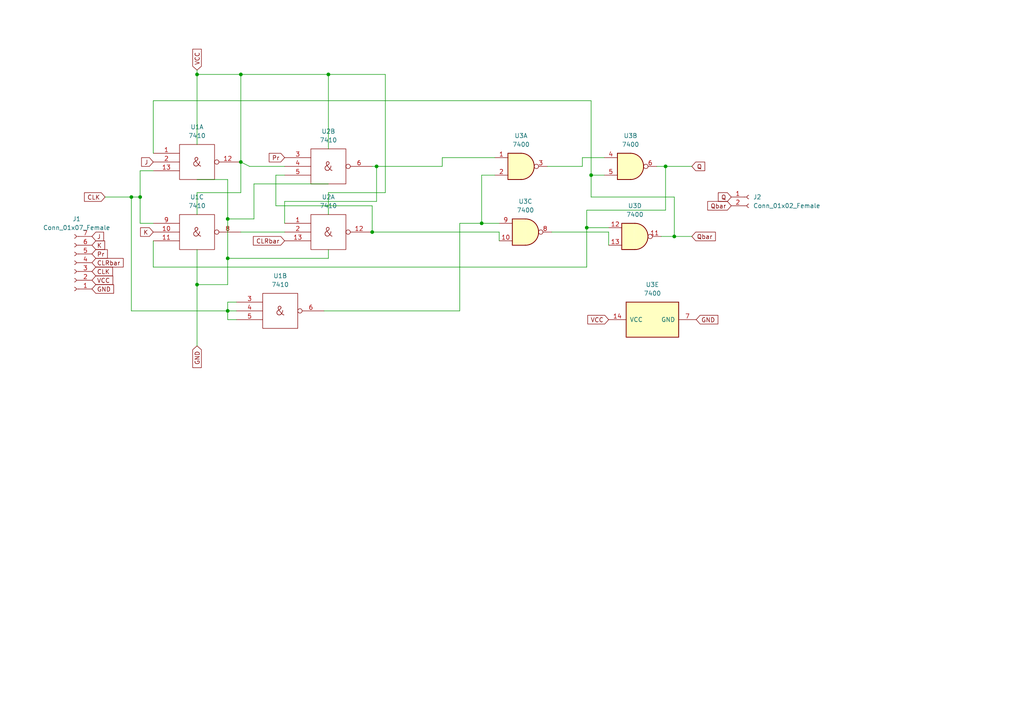
<source format=kicad_sch>
(kicad_sch (version 20211123) (generator eeschema)
  (paper "A4")
  (lib_symbols
    (symbol "74xx:7400" (pin_names (offset 1.016))
      (property "Reference" "U" (at 0 1.27 0))
      (property "Value" "7400" (at 0 -1.27 0))
      (symbol "7400_1_1"
        (arc (start 0 -3.81) (mid 3.81 0) (end 0 3.81) (stroke (width 0.254)) (fill (type background)))
        (polyline (pts (xy 0 3.81) (xy -3.81 3.81) (xy -3.81 -3.81) (xy 0 -3.81)) (stroke (width 0.254)) (fill (type background)))
        (pin input line (at -7.62 2.54 0) (length 3.81) (name "~") (number "1"))
        (pin input line (at -7.62 -2.54 0) (length 3.81) (name "~") (number "2"))
        (pin output inverted (at 7.62 0 180) (length 3.81) (name "~") (number "3"))
      )
      (symbol "7400_1_2"
        (arc (start -3.81 -3.81) (mid -2.589 0) (end -3.81 3.81) (stroke (width 0.254)))
        (arc (start -0.6096 -3.81) (mid 2.1842 -2.5851) (end 3.81 0) (stroke (width 0.254)) (fill (type background)))
        (polyline (pts (xy -3.81 -3.81) (xy -0.635 -3.81)) (stroke (width 0.254)) (fill (type background)))
        (polyline (pts (xy -3.81 3.81) (xy -0.635 3.81)) (stroke (width 0.254)) (fill (type background)))
        (polyline (pts (xy -0.635 3.81) (xy -3.81 3.81) (xy -3.81 3.81) (xy -3.556 3.4036) (xy -3.0226 2.2606) (xy -2.6924 1.0414) (xy -2.6162 -0.254) (xy -2.7686 -1.4986) (xy -3.175 -2.7178) (xy -3.81 -3.81) (xy -3.81 -3.81) (xy -0.635 -3.81)) (stroke (width -25.4)) (fill (type background)))
        (arc (start 3.81 0) (mid 2.1915 2.5936) (end -0.6096 3.81) (stroke (width 0.254)) (fill (type background)))
        (pin input inverted (at -7.62 2.54 0) (length 4.318) (name "~") (number "1"))
        (pin input inverted (at -7.62 -2.54 0) (length 4.318) (name "~") (number "2"))
        (pin output line (at 7.62 0 180) (length 3.81) (name "~") (number "3"))
      )
      (symbol "7400_2_1"
        (arc (start 0 -3.81) (mid 3.81 0) (end 0 3.81) (stroke (width 0.254)) (fill (type background)))
        (polyline (pts (xy 0 3.81) (xy -3.81 3.81) (xy -3.81 -3.81) (xy 0 -3.81)) (stroke (width 0.254)) (fill (type background)))
        (pin input line (at -7.62 2.54 0) (length 3.81) (name "~") (number "4"))
        (pin input line (at -7.62 -2.54 0) (length 3.81) (name "~") (number "5"))
        (pin output inverted (at 7.62 0 180) (length 3.81) (name "~") (number "6"))
      )
      (symbol "7400_2_2"
        (arc (start -3.81 -3.81) (mid -2.589 0) (end -3.81 3.81) (stroke (width 0.254)))
        (arc (start -0.6096 -3.81) (mid 2.1842 -2.5851) (end 3.81 0) (stroke (width 0.254)) (fill (type background)))
        (polyline (pts (xy -3.81 -3.81) (xy -0.635 -3.81)) (stroke (width 0.254)) (fill (type background)))
        (polyline (pts (xy -3.81 3.81) (xy -0.635 3.81)) (stroke (width 0.254)) (fill (type background)))
        (polyline (pts (xy -0.635 3.81) (xy -3.81 3.81) (xy -3.81 3.81) (xy -3.556 3.4036) (xy -3.0226 2.2606) (xy -2.6924 1.0414) (xy -2.6162 -0.254) (xy -2.7686 -1.4986) (xy -3.175 -2.7178) (xy -3.81 -3.81) (xy -3.81 -3.81) (xy -0.635 -3.81)) (stroke (width -25.4)) (fill (type background)))
        (arc (start 3.81 0) (mid 2.1915 2.5936) (end -0.6096 3.81) (stroke (width 0.254)) (fill (type background)))
        (pin input inverted (at -7.62 2.54 0) (length 4.318) (name "~") (number "4"))
        (pin input inverted (at -7.62 -2.54 0) (length 4.318) (name "~") (number "5"))
        (pin output line (at 7.62 0 180) (length 3.81) (name "~") (number "6"))
      )
      (symbol "7400_3_1"
        (arc (start 0 -3.81) (mid 3.81 0) (end 0 3.81) (stroke (width 0.254)) (fill (type background)))
        (polyline (pts (xy 0 3.81) (xy -3.81 3.81) (xy -3.81 -3.81) (xy 0 -3.81)) (stroke (width 0.254)) (fill (type background)))
        (pin input line (at -7.62 -2.54 0) (length 3.81) (name "~") (number "10"))
        (pin output inverted (at 7.62 0 180) (length 3.81) (name "~") (number "8"))
        (pin input line (at -7.62 2.54 0) (length 3.81) (name "~") (number "9"))
      )
      (symbol "7400_3_2"
        (arc (start -3.81 -3.81) (mid -2.589 0) (end -3.81 3.81) (stroke (width 0.254)))
        (arc (start -0.6096 -3.81) (mid 2.1842 -2.5851) (end 3.81 0) (stroke (width 0.254)) (fill (type background)))
        (polyline (pts (xy -3.81 -3.81) (xy -0.635 -3.81)) (stroke (width 0.254)) (fill (type background)))
        (polyline (pts (xy -3.81 3.81) (xy -0.635 3.81)) (stroke (width 0.254)) (fill (type background)))
        (polyline (pts (xy -0.635 3.81) (xy -3.81 3.81) (xy -3.81 3.81) (xy -3.556 3.4036) (xy -3.0226 2.2606) (xy -2.6924 1.0414) (xy -2.6162 -0.254) (xy -2.7686 -1.4986) (xy -3.175 -2.7178) (xy -3.81 -3.81) (xy -3.81 -3.81) (xy -0.635 -3.81)) (stroke (width -25.4)) (fill (type background)))
        (arc (start 3.81 0) (mid 2.1915 2.5936) (end -0.6096 3.81) (stroke (width 0.254)) (fill (type background)))
        (pin input inverted (at -7.62 -2.54 0) (length 4.318) (name "~") (number "10"))
        (pin output line (at 7.62 0 180) (length 3.81) (name "~") (number "8"))
        (pin input inverted (at -7.62 2.54 0) (length 4.318) (name "~") (number "9"))
      )
      (symbol "7400_4_1"
        (arc (start 0 -3.81) (mid 3.81 0) (end 0 3.81) (stroke (width 0.254)) (fill (type background)))
        (polyline (pts (xy 0 3.81) (xy -3.81 3.81) (xy -3.81 -3.81) (xy 0 -3.81)) (stroke (width 0.254)) (fill (type background)))
        (pin output inverted (at 7.62 0 180) (length 3.81) (name "~") (number "11"))
        (pin input line (at -7.62 2.54 0) (length 3.81) (name "~") (number "12"))
        (pin input line (at -7.62 -2.54 0) (length 3.81) (name "~") (number "13"))
      )
      (symbol "7400_4_2"
        (arc (start -3.81 -3.81) (mid -2.589 0) (end -3.81 3.81) (stroke (width 0.254)))
        (arc (start -0.6096 -3.81) (mid 2.1842 -2.5851) (end 3.81 0) (stroke (width 0.254)) (fill (type background)))
        (polyline (pts (xy -3.81 -3.81) (xy -0.635 -3.81)) (stroke (width 0.254)) (fill (type background)))
        (polyline (pts (xy -3.81 3.81) (xy -0.635 3.81)) (stroke (width 0.254)) (fill (type background)))
        (polyline (pts (xy -0.635 3.81) (xy -3.81 3.81) (xy -3.81 3.81) (xy -3.556 3.4036) (xy -3.0226 2.2606) (xy -2.6924 1.0414) (xy -2.6162 -0.254) (xy -2.7686 -1.4986) (xy -3.175 -2.7178) (xy -3.81 -3.81) (xy -3.81 -3.81) (xy -0.635 -3.81)) (stroke (width -25.4)) (fill (type background)))
        (arc (start 3.81 0) (mid 2.1915 2.5936) (end -0.6096 3.81) (stroke (width 0.254)) (fill (type background)))
        (pin output line (at 7.62 0 180) (length 3.81) (name "~") (number "11"))
        (pin input inverted (at -7.62 2.54 0) (length 4.318) (name "~") (number "12"))
        (pin input inverted (at -7.62 -2.54 0) (length 4.318) (name "~") (number "13"))
      )
      (symbol "7400_5_0"
        (pin power_in line (at 0 12.7 270) (length 5.08) (name "VCC") (number "14"))
        (pin power_in line (at 0 -12.7 90) (length 5.08) (name "GND") (number "7"))
      )
      (symbol "7400_5_1"
        (rectangle (start -5.08 7.62) (end 5.08 -7.62) (stroke (width 0.254)) (fill (type background)))
      )
    )
    (symbol "74xx_IEEE:7410" (pin_names (offset 0.762))
      (property "Reference" "U" (at 2.54 7.62 0))
      (property "Value" "7410" (at 3.81 -7.62 0))
      (symbol "7410_0_0"
        (text "&" (at 0 0 0) (effects (font (size 2.54 2.54))))
      )
      (symbol "7410_0_1"
        (rectangle (start -5.08 5.08) (end 5.08 -5.08))
        (pin power_in line (at 0 5.08 270) (length 0) hide (name "Vcc") (number "14"))
        (pin power_in line (at 0 -5.08 90) (length 0) hide (name "Gnd") (number "7"))
      )
      (symbol "7410_1_1"
        (pin input line (at -12.7 2.54 0) (length 7.62) (name "~") (number "1"))
        (pin output inverted (at 12.7 0 180) (length 7.62) (name "~") (number "12"))
        (pin input line (at -12.7 -2.54 0) (length 7.62) (name "~") (number "13"))
        (pin input line (at -12.7 0 0) (length 7.62) (name "~") (number "2"))
      )
      (symbol "7410_2_1"
        (pin input line (at -12.7 2.54 0) (length 7.62) (name "~") (number "3"))
        (pin input line (at -12.7 0 0) (length 7.62) (name "~") (number "4"))
        (pin input line (at -12.7 -2.54 0) (length 7.62) (name "~") (number "5"))
        (pin output inverted (at 12.7 0 180) (length 7.62) (name "~") (number "6"))
      )
      (symbol "7410_3_1"
        (pin input line (at -12.7 0 0) (length 7.62) (name "~") (number "10"))
        (pin input line (at -12.7 -2.54 0) (length 7.62) (name "~") (number "11"))
        (pin output inverted (at 12.7 0 180) (length 7.62) (name "~") (number "8"))
        (pin input line (at -12.7 2.54 0) (length 7.62) (name "~") (number "9"))
      )
    )
    (symbol "Connector:Conn_01x02_Female" (pin_names (offset 1.016) hide)
      (property "Reference" "J" (at 0 2.54 0))
      (property "Value" "Conn_01x02_Female" (at 0 -5.08 0))
      (symbol "Conn_01x02_Female_1_1"
        (arc (start 0 -2.032) (mid -0.508 -2.54) (end 0 -3.048) (stroke (width 0.1524)))
        (polyline (pts (xy -1.27 -2.54) (xy -0.508 -2.54)) (stroke (width 0.1524)))
        (polyline (pts (xy -1.27 0) (xy -0.508 0)) (stroke (width 0.1524)))
        (arc (start 0 0.508) (mid -0.508 0) (end 0 -0.508) (stroke (width 0.1524)))
        (pin passive line (at -5.08 0 0) (length 3.81) (name "Pin_1") (number "1"))
        (pin passive line (at -5.08 -2.54 0) (length 3.81) (name "Pin_2") (number "2"))
      )
    )
    (symbol "Connector:Conn_01x07_Female" (pin_names (offset 1.016) hide)
      (property "Reference" "J" (at 0 10.16 0))
      (property "Value" "Conn_01x07_Female" (at 0 -10.16 0))
      (symbol "Conn_01x07_Female_1_1"
        (arc (start 0 -7.112) (mid -0.508 -7.62) (end 0 -8.128) (stroke (width 0.1524)))
        (arc (start 0 -4.572) (mid -0.508 -5.08) (end 0 -5.588) (stroke (width 0.1524)))
        (arc (start 0 -2.032) (mid -0.508 -2.54) (end 0 -3.048) (stroke (width 0.1524)))
        (polyline (pts (xy -1.27 -7.62) (xy -0.508 -7.62)) (stroke (width 0.1524)))
        (polyline (pts (xy -1.27 -5.08) (xy -0.508 -5.08)) (stroke (width 0.1524)))
        (polyline (pts (xy -1.27 -2.54) (xy -0.508 -2.54)) (stroke (width 0.1524)))
        (polyline (pts (xy -1.27 0) (xy -0.508 0)) (stroke (width 0.1524)))
        (polyline (pts (xy -1.27 2.54) (xy -0.508 2.54)) (stroke (width 0.1524)))
        (polyline (pts (xy -1.27 5.08) (xy -0.508 5.08)) (stroke (width 0.1524)))
        (polyline (pts (xy -1.27 7.62) (xy -0.508 7.62)) (stroke (width 0.1524)))
        (arc (start 0 0.508) (mid -0.508 0) (end 0 -0.508) (stroke (width 0.1524)))
        (arc (start 0 3.048) (mid -0.508 2.54) (end 0 2.032) (stroke (width 0.1524)))
        (arc (start 0 5.588) (mid -0.508 5.08) (end 0 4.572) (stroke (width 0.1524)))
        (arc (start 0 8.128) (mid -0.508 7.62) (end 0 7.112) (stroke (width 0.1524)))
        (pin passive line (at -5.08 7.62 0) (length 3.81) (name "Pin_1") (number "1"))
        (pin passive line (at -5.08 5.08 0) (length 3.81) (name "Pin_2") (number "2"))
        (pin passive line (at -5.08 2.54 0) (length 3.81) (name "Pin_3") (number "3"))
        (pin passive line (at -5.08 0 0) (length 3.81) (name "Pin_4") (number "4"))
        (pin passive line (at -5.08 -2.54 0) (length 3.81) (name "Pin_5") (number "5"))
        (pin passive line (at -5.08 -5.08 0) (length 3.81) (name "Pin_6") (number "6"))
        (pin passive line (at -5.08 -7.62 0) (length 3.81) (name "Pin_7") (number "7"))
      )
    )
  )
  (junction (at 66.04 90.17))
  (junction (at 38.1 57.15))
  (junction (at 69.85 46.99))
  (junction (at 170.18 66.04))
  (junction (at 57.15 21.59))
  (junction (at 40.64 57.15))
  (junction (at 195.58 68.58))
  (junction (at 109.22 48.26))
  (junction (at 57.15 82.55))
  (junction (at 66.04 63.5))
  (junction (at 66.04 74.93))
  (junction (at 139.7 64.77))
  (junction (at 107.95 67.31))
  (junction (at 171.45 50.8))
  (junction (at 69.85 21.59))
  (junction (at 95.25 21.59))
  (junction (at 193.04 48.26))
  (wire (pts (xy 69.85 55.88) (xy 69.85 46.99)))
  (wire (pts (xy 57.15 82.55) (xy 66.04 82.55)))
  (wire (pts (xy 80.01 59.69) (xy 80.01 50.8)))
  (wire (pts (xy 44.45 49.53) (xy 40.64 49.53)))
  (wire (pts (xy 57.15 21.59) (xy 57.15 41.91)))
  (wire (pts (xy 95.25 62.23) (xy 95.25 55.88)))
  (wire (pts (xy 57.15 72.39) (xy 57.15 82.55)))
  (wire (pts (xy 95.25 72.39) (xy 95.25 74.93)))
  (wire (pts (xy 158.75 48.26) (xy 168.91 48.26)))
  (wire (pts (xy 40.64 49.53) (xy 40.64 57.15)))
  (wire (pts (xy 111.76 21.59) (xy 95.25 21.59)))
  (wire (pts (xy 93.98 90.17) (xy 133.35 90.17)))
  (wire (pts (xy 40.64 57.15) (xy 40.64 64.77)))
  (wire (pts (xy 82.55 58.42) (xy 109.22 58.42)))
  (wire (pts (xy 44.45 77.47) (xy 44.45 69.85)))
  (wire (pts (xy 107.95 67.31) (xy 144.78 67.31)))
  (wire (pts (xy 95.25 43.18) (xy 95.25 21.59)))
  (wire (pts (xy 133.35 64.77) (xy 139.7 64.77)))
  (wire (pts (xy 170.18 66.04) (xy 170.18 77.47)))
  (wire (pts (xy 38.1 57.15) (xy 40.64 57.15)))
  (wire (pts (xy 66.04 87.63) (xy 68.58 87.63)))
  (wire (pts (xy 128.27 48.26) (xy 128.27 45.72)))
  (wire (pts (xy 95.25 21.59) (xy 69.85 21.59)))
  (wire (pts (xy 57.15 55.88) (xy 69.85 55.88)))
  (wire (pts (xy 195.58 68.58) (xy 200.66 68.58)))
  (wire (pts (xy 68.58 92.71) (xy 66.04 92.71)))
  (wire (pts (xy 139.7 64.77) (xy 144.78 64.77)))
  (wire (pts (xy 144.78 67.31) (xy 144.78 69.85)))
  (wire (pts (xy 171.45 50.8) (xy 171.45 57.15)))
  (wire (pts (xy 168.91 48.26) (xy 168.91 45.72)))
  (wire (pts (xy 133.35 90.17) (xy 133.35 64.77)))
  (wire (pts (xy 193.04 48.26) (xy 200.66 48.26)))
  (wire (pts (xy 57.15 20.32) (xy 57.15 21.59)))
  (wire (pts (xy 143.51 50.8) (xy 139.7 50.8)))
  (wire (pts (xy 139.7 50.8) (xy 139.7 64.77)))
  (wire (pts (xy 72.39 48.26) (xy 82.55 48.26)))
  (wire (pts (xy 191.77 68.58) (xy 195.58 68.58)))
  (wire (pts (xy 68.58 90.17) (xy 66.04 90.17)))
  (wire (pts (xy 171.45 29.21) (xy 171.45 50.8)))
  (wire (pts (xy 57.15 52.07) (xy 66.04 52.07)))
  (wire (pts (xy 128.27 45.72) (xy 143.51 45.72)))
  (wire (pts (xy 66.04 90.17) (xy 66.04 92.71)))
  (wire (pts (xy 44.45 44.45) (xy 44.45 29.21)))
  (wire (pts (xy 57.15 82.55) (xy 57.15 100.33)))
  (wire (pts (xy 111.76 55.88) (xy 111.76 21.59)))
  (wire (pts (xy 160.02 67.31) (xy 176.53 67.31)))
  (wire (pts (xy 66.04 90.17) (xy 38.1 90.17)))
  (wire (pts (xy 109.22 48.26) (xy 128.27 48.26)))
  (wire (pts (xy 109.22 58.42) (xy 109.22 48.26)))
  (wire (pts (xy 170.18 77.47) (xy 44.45 77.47)))
  (wire (pts (xy 107.95 67.31) (xy 107.95 59.69)))
  (wire (pts (xy 57.15 62.23) (xy 57.15 55.88)))
  (wire (pts (xy 195.58 57.15) (xy 195.58 68.58)))
  (wire (pts (xy 170.18 66.04) (xy 176.53 66.04)))
  (wire (pts (xy 66.04 52.07) (xy 66.04 63.5)))
  (wire (pts (xy 82.55 58.42) (xy 82.55 64.77)))
  (wire (pts (xy 95.25 53.34) (xy 73.66 53.34)))
  (wire (pts (xy 69.85 46.99) (xy 69.85 21.59)))
  (wire (pts (xy 80.01 50.8) (xy 82.55 50.8)))
  (wire (pts (xy 73.66 53.34) (xy 73.66 63.5)))
  (wire (pts (xy 95.25 55.88) (xy 111.76 55.88)))
  (wire (pts (xy 66.04 63.5) (xy 66.04 74.93)))
  (wire (pts (xy 66.04 74.93) (xy 66.04 82.55)))
  (wire (pts (xy 107.95 48.26) (xy 109.22 48.26)))
  (wire (pts (xy 72.39 48.26) (xy 69.85 46.99)))
  (wire (pts (xy 38.1 90.17) (xy 38.1 57.15)))
  (wire (pts (xy 171.45 50.8) (xy 175.26 50.8)))
  (wire (pts (xy 107.95 59.69) (xy 80.01 59.69)))
  (wire (pts (xy 30.48 57.15) (xy 38.1 57.15)))
  (wire (pts (xy 44.45 29.21) (xy 171.45 29.21)))
  (wire (pts (xy 193.04 60.96) (xy 170.18 60.96)))
  (wire (pts (xy 40.64 64.77) (xy 44.45 64.77)))
  (wire (pts (xy 190.5 48.26) (xy 193.04 48.26)))
  (wire (pts (xy 69.85 67.31) (xy 82.55 67.31)))
  (wire (pts (xy 73.66 63.5) (xy 66.04 63.5)))
  (wire (pts (xy 168.91 45.72) (xy 175.26 45.72)))
  (wire (pts (xy 66.04 87.63) (xy 66.04 90.17)))
  (wire (pts (xy 193.04 48.26) (xy 193.04 60.96)))
  (wire (pts (xy 171.45 57.15) (xy 195.58 57.15)))
  (wire (pts (xy 69.85 21.59) (xy 57.15 21.59)))
  (wire (pts (xy 170.18 60.96) (xy 170.18 66.04)))
  (wire (pts (xy 176.53 67.31) (xy 176.53 71.12)))
  (wire (pts (xy 95.25 74.93) (xy 66.04 74.93)))
  (global_label "K" (shape input) (at 44.45 67.31 180) (property "Intersheet References" "${INTERSHEET_REFS}" (effects hide)))
  (global_label "J" (shape input) (at 26.67 68.58 0) (property "Intersheet References" "${INTERSHEET_REFS}" (effects hide)))
  (global_label "GND" (shape input) (at 57.15 100.33 270) (property "Intersheet References" "${INTERSHEET_REFS}" (effects hide)))
  (global_label "VCC" (shape input) (at 26.67 81.28 0) (property "Intersheet References" "${INTERSHEET_REFS}" (effects hide)))
  (global_label "Pr" (shape input) (at 26.67 73.66 0) (property "Intersheet References" "${INTERSHEET_REFS}" (effects hide)))
  (global_label "CLRbar" (shape input) (at 26.67 76.2 0) (property "Intersheet References" "${INTERSHEET_REFS}" (effects hide)))
  (global_label "Qbar" (shape input) (at 200.66 68.58 0) (property "Intersheet References" "${INTERSHEET_REFS}" (effects hide)))
  (global_label "CLK" (shape input) (at 30.48 57.15 180) (property "Intersheet References" "${INTERSHEET_REFS}" (effects hide)))
  (global_label "Pr" (shape input) (at 82.55 45.72 180) (property "Intersheet References" "${INTERSHEET_REFS}" (effects hide)))
  (global_label "J" (shape input) (at 44.45 46.99 180) (property "Intersheet References" "${INTERSHEET_REFS}" (effects hide)))
  (global_label "Q" (shape input) (at 200.66 48.26 0) (property "Intersheet References" "${INTERSHEET_REFS}" (effects hide)))
  (global_label "VCC" (shape input) (at 57.15 20.32 90) (property "Intersheet References" "${INTERSHEET_REFS}" (effects hide)))
  (global_label "Qbar" (shape input) (at 212.09 59.69 180) (property "Intersheet References" "${INTERSHEET_REFS}" (effects hide)))
  (global_label "VCC" (shape input) (at 176.53 92.71 180) (property "Intersheet References" "${INTERSHEET_REFS}" (effects hide)))
  (global_label "K" (shape input) (at 26.67 71.12 0) (property "Intersheet References" "${INTERSHEET_REFS}" (effects hide)))
  (global_label "CLRbar" (shape input) (at 82.55 69.85 180) (property "Intersheet References" "${INTERSHEET_REFS}" (effects hide)))
  (global_label "CLK" (shape input) (at 26.67 78.74 0) (property "Intersheet References" "${INTERSHEET_REFS}" (effects hide)))
  (global_label "GND" (shape input) (at 201.93 92.71 0) (property "Intersheet References" "${INTERSHEET_REFS}" (effects hide)))
  (global_label "GND" (shape input) (at 26.67 83.82 0) (property "Intersheet References" "${INTERSHEET_REFS}" (effects hide)))
  (global_label "Q" (shape input) (at 212.09 57.15 180) (property "Intersheet References" "${INTERSHEET_REFS}" (effects hide)))
  (symbol (lib_id "74xx:7400") (at 151.13 48.26 0) (unit 1)
    (property "Reference" "U3" (at 151.13 39.37 0))
    (property "Value" "7400" (at 151.13 41.91 0))
    (property "Footprint" "Package_DIP:DIP-14_W7.62mm_Socket" (effects hide))
    (property "Datasheet" "http://www.ti.com/lit/gpn/sn7400" (effects hide))
  )
  (symbol (lib_id "74xx:7400") (at 182.88 48.26 0) (unit 2)
    (property "Reference" "U3" (at 182.88 39.37 0))
    (property "Value" "7400" (at 182.88 41.91 0))
    (property "Footprint" "Package_DIP:DIP-14_W7.62mm_Socket" (effects hide))
    (property "Datasheet" "http://www.ti.com/lit/gpn/sn7400" (effects hide))
  )
  (symbol (lib_id "74xx:7400") (at 184.15 68.58 0) (unit 4)
    (property "Reference" "U3" (at 184.15 59.69 0))
    (property "Value" "7400" (at 184.15 62.23 0))
    (property "Footprint" "Package_DIP:DIP-14_W7.62mm_Socket" (effects hide))
    (property "Datasheet" "http://www.ti.com/lit/gpn/sn7400" (effects hide))
  )
  (symbol (lib_id "74xx:7400") (at 152.4 67.31 0) (unit 3)
    (property "Reference" "U3" (at 152.4 58.42 0))
    (property "Value" "7400" (at 152.4 60.96 0))
    (property "Footprint" "Package_DIP:DIP-14_W7.62mm_Socket" (effects hide))
    (property "Datasheet" "http://www.ti.com/lit/gpn/sn7400" (effects hide))
  )
  (symbol (lib_id "74xx_IEEE:7410") (at 95.25 67.31 0) (unit 1)
    (property "Reference" "U2" (at 95.25 57.15 0))
    (property "Value" "7410" (at 95.25 59.69 0))
    (property "Footprint" "Package_DIP:DIP-14_W7.62mm_Socket" (effects hide))
  )
  (symbol (lib_id "Connector:Conn_01x07_Female") (at 21.59 76.2 180) (unit 1)
    (property "Reference" "J1" (at 22.225 63.5 0))
    (property "Value" "Conn_01x07_Female" (at 22.225 66.04 0))
    (property "Footprint" "Connector_JST:JST_EH_S7B-EH_1x07_P2.50mm_Horizontal" (effects hide))
  )
  (symbol (lib_id "74xx:7400") (at 189.23 92.71 90) (unit 5)
    (property "Reference" "U3" (at 189.23 82.55 90))
    (property "Value" "7400" (at 189.23 85.09 90))
    (property "Footprint" "Package_DIP:DIP-14_W7.62mm_Socket" (effects hide))
    (property "Datasheet" "http://www.ti.com/lit/gpn/sn7400" (effects hide))
  )
  (symbol (lib_id "74xx_IEEE:7410") (at 95.25 48.26 0) (unit 2)
    (property "Reference" "U2" (at 95.25 38.1 0))
    (property "Value" "7410" (at 95.25 40.64 0))
    (property "Footprint" "Package_DIP:DIP-14_W7.62mm_Socket" (effects hide))
  )
  (symbol (lib_id "74xx_IEEE:7410") (at 57.15 46.99 0) (unit 1)
    (property "Reference" "U1" (at 57.15 36.83 0))
    (property "Value" "7410" (at 57.15 39.37 0))
    (property "Footprint" "Package_DIP:DIP-14_W7.62mm_Socket" (effects hide))
  )
  (symbol (lib_id "74xx_IEEE:7410") (at 81.28 90.17 0) (unit 2)
    (property "Reference" "U1" (at 81.28 80.01 0))
    (property "Value" "7410" (at 81.28 82.55 0))
    (property "Footprint" "Package_DIP:DIP-14_W7.62mm_Socket" (effects hide))
  )
  (symbol (lib_id "74xx_IEEE:7410") (at 57.15 67.31 0) (unit 3)
    (property "Reference" "U1" (at 57.15 57.15 0))
    (property "Value" "7410" (at 57.15 59.69 0))
    (property "Footprint" "Package_DIP:DIP-14_W7.62mm_Socket" (effects hide))
  )
  (symbol (lib_id "Connector:Conn_01x02_Female") (at 217.17 57.15 0) (unit 1)
    (property "Reference" "J2" (at 218.44 57.1499 0) (effects (justify left)))
    (property "Value" "Conn_01x02_Female" (at 218.44 59.6899 0) (effects (justify left)))
    (property "Footprint" "Connector_JST:JST_EH_S2B-EH_1x02_P2.50mm_Horizontal" (effects hide))
  )
)
</source>
